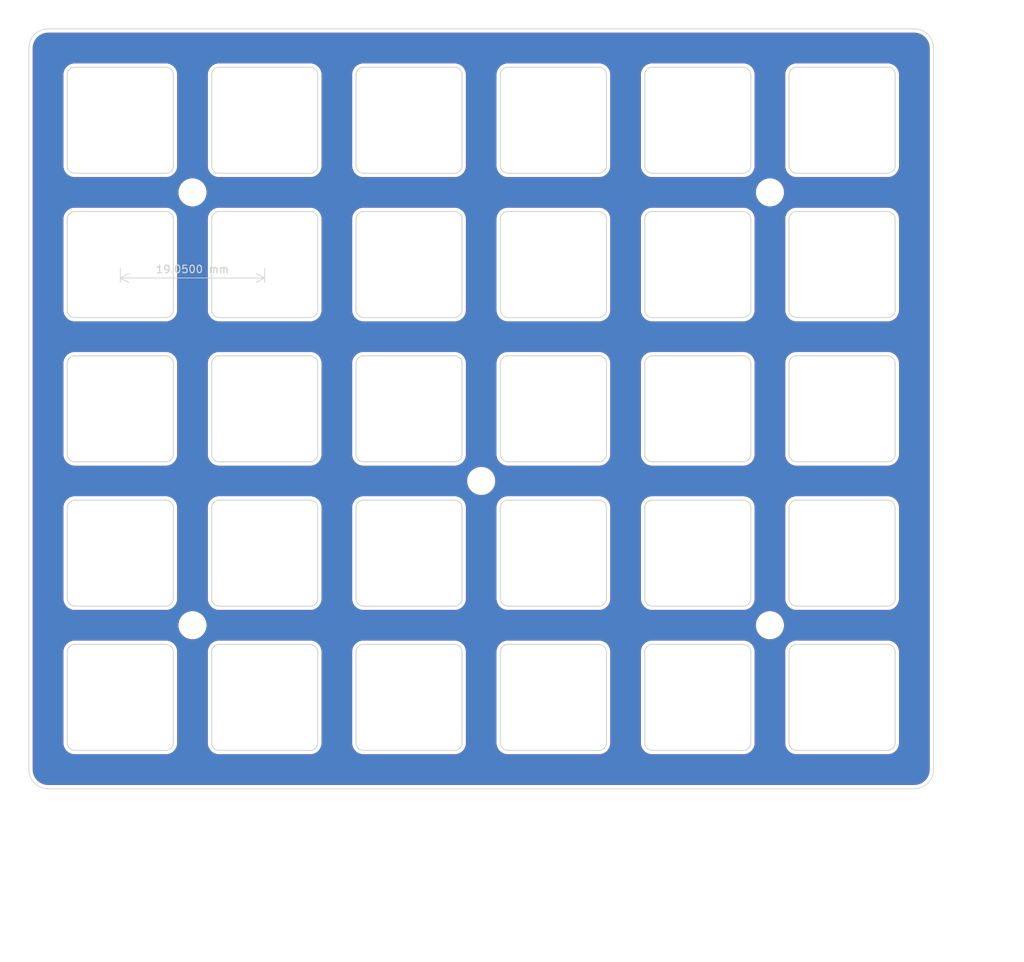
<source format=kicad_pcb>
(kicad_pcb (version 20211014) (generator pcbnew)
  (layers (0 "F.Cu" signal) (31 "B.Cu" signal) (34 "B.Paste" user) (35 "F.Paste" user) (36 "B.SilkS" user "B.Silkscreen") (37 "F.SilkS" user "F.Silkscreen") (38 "B.Mask" user) (39 "F.Mask" user) (44 "Edge.Cuts" user))
  (net 0 "")
  (footprint "Keyboard_JSA:Switch_Hole_Cutout_w_Deco" (layer "F.Cu") (at 88.9 107.95)
    (fp_text reference "REF**27" hide)
    (fp_text value "e" hide)
    (fp_line (start -7 6) (end -7 -6) (layer "Edge.Cuts") (width 0.12))
    (fp_line (start 7 6) (end 7 -6) (layer "Edge.Cuts") (width 0.12))
    (fp_line (start -6 -7) (end 6 -7) (layer "Edge.Cuts") (width 0.12))
    (fp_line (start -6 7) (end 6 7) (layer "Edge.Cuts") (width 0.12))
    (fp_arc (start 7 6) (mid 6.707107 6.707107) (end 6 7) (layer "Edge.Cuts") (width 0.12))
    (fp_arc (start -7 -6) (mid -6.707107 -6.707107) (end -6 -7) (layer "Edge.Cuts") (width 0.12))
    (fp_arc (start 6 -7) (mid 6.707107 -6.707107) (end 7 -6) (layer "Edge.Cuts") (width 0.12))
    (fp_arc (start -6 7) (mid -6.707107 6.707107) (end -7 6) (layer "Edge.Cuts") (width 0.12))
  )
  (footprint "Keyboard_JSA:Switch_Hole_Cutout_w_Deco" (layer "F.Cu") (at 50.8 88.9)
    (fp_text reference "REF**19" hide)
    (fp_text value "e" hide)
    (fp_line (start -7 6) (end -7 -6) (layer "Edge.Cuts") (width 0.12))
    (fp_line (start -6 -7) (end 6 -7) (layer "Edge.Cuts") (width 0.12))
    (fp_line (start 7 6) (end 7 -6) (layer "Edge.Cuts") (width 0.12))
    (fp_line (start -6 7) (end 6 7) (layer "Edge.Cuts") (width 0.12))
    (fp_arc (start -7 -6) (mid -6.707107 -6.707107) (end -6 -7) (layer "Edge.Cuts") (width 0.12))
    (fp_arc (start -6 7) (mid -6.707107 6.707107) (end -7 6) (layer "Edge.Cuts") (width 0.12))
    (fp_arc (start 6 -7) (mid 6.707107 -6.707107) (end 7 -6) (layer "Edge.Cuts") (width 0.12))
    (fp_arc (start 7 6) (mid 6.707107 6.707107) (end 6 7) (layer "Edge.Cuts") (width 0.12))
  )
  (footprint "MountingHole:MountingHole_2.7mm_M2.5" (layer "F.Cu") (at 117.475 98.425)
    (fp_text reference "REF**")
    (fp_text value "MountingHole_2.7mm_M2.5")
    (pad "" np_thru_hole circle (at 0 0) (size 2.7 2.7) (drill 2.7) (layers *.Cu *.Mask))
  )
  (footprint "Keyboard_JSA:Switch_Hole_Cutout_w_Deco" (layer "F.Cu") (at 107.95 50.8)
    (fp_text reference "REF**10" hide)
    (fp_text value "e" hide)
    (fp_line (start -6 -7) (end 6 -7) (layer "Edge.Cuts") (width 0.12))
    (fp_line (start 7 6) (end 7 -6) (layer "Edge.Cuts") (width 0.12))
    (fp_line (start -7 6) (end -7 -6) (layer "Edge.Cuts") (width 0.12))
    (fp_line (start -6 7) (end 6 7) (layer "Edge.Cuts") (width 0.12))
    (fp_arc (start 6 -7) (mid 6.707107 -6.707107) (end 7 -6) (layer "Edge.Cuts") (width 0.12))
    (fp_arc (start -7 -6) (mid -6.707107 -6.707107) (end -6 -7) (layer "Edge.Cuts") (width 0.12))
    (fp_arc (start 7 6) (mid 6.707107 6.707107) (end 6 7) (layer "Edge.Cuts") (width 0.12))
    (fp_arc (start -6 7) (mid -6.707107 6.707107) (end -7 6) (layer "Edge.Cuts") (width 0.12))
  )
  (footprint "Keyboard_JSA:Switch_Hole_Cutout_w_Deco" (layer "F.Cu") (at 69.85 31.75)
    (fp_text reference "REF**2" hide)
    (fp_text value "e" hide)
    (fp_line (start -6 7) (end 6 7) (layer "Edge.Cuts") (width 0.12))
    (fp_line (start 7 6) (end 7 -6) (layer "Edge.Cuts") (width 0.12))
    (fp_line (start -6 -7) (end 6 -7) (layer "Edge.Cuts") (width 0.12))
    (fp_line (start -7 6) (end -7 -6) (layer "Edge.Cuts") (width 0.12))
    (fp_arc (start 6 -7) (mid 6.707107 -6.707107) (end 7 -6) (layer "Edge.Cuts") (width 0.12))
    (fp_arc (start 7 6) (mid 6.707107 6.707107) (end 6 7) (layer "Edge.Cuts") (width 0.12))
    (fp_arc (start -7 -6) (mid -6.707107 -6.707107) (end -6 -7) (layer "Edge.Cuts") (width 0.12))
    (fp_arc (start -6 7) (mid -6.707107 6.707107) (end -7 6) (layer "Edge.Cuts") (width 0.12))
  )
  (footprint "Keyboard_JSA:Switch_Hole_Cutout_w_Deco" (layer "F.Cu") (at 88.9 31.75)
    (fp_text reference "REF**3" hide)
    (fp_text value "e" hide)
    (fp_line (start -6 7) (end 6 7) (layer "Edge.Cuts") (width 0.12))
    (fp_line (start -7 6) (end -7 -6) (layer "Edge.Cuts") (width 0.12))
    (fp_line (start -6 -7) (end 6 -7) (layer "Edge.Cuts") (width 0.12))
    (fp_line (start 7 6) (end 7 -6) (layer "Edge.Cuts") (width 0.12))
    (fp_arc (start 7 6) (mid 6.707107 6.707107) (end 6 7) (layer "Edge.Cuts") (width 0.12))
    (fp_arc (start -6 7) (mid -6.707107 6.707107) (end -7 6) (layer "Edge.Cuts") (width 0.12))
    (fp_arc (start -7 -6) (mid -6.707107 -6.707107) (end -6 -7) (layer "Edge.Cuts") (width 0.12))
    (fp_arc (start 6 -7) (mid 6.707107 -6.707107) (end 7 -6) (layer "Edge.Cuts") (width 0.12))
  )
  (footprint "Keyboard_JSA:Switch_Hole_Cutout_w_Deco" (layer "F.Cu") (at 50.8 69.85)
    (fp_text reference "REF**13" hide)
    (fp_text value "e" hide)
    (fp_line (start -7 6) (end -7 -6) (layer "Edge.Cuts") (width 0.12))
    (fp_line (start -6 -7) (end 6 -7) (layer "Edge.Cuts") (width 0.12))
    (fp_line (start 7 6) (end 7 -6) (layer "Edge.Cuts") (width 0.12))
    (fp_line (start -6 7) (end 6 7) (layer "Edge.Cuts") (width 0.12))
    (fp_arc (start -6 7) (mid -6.707107 6.707107) (end -7 6) (layer "Edge.Cuts") (width 0.12))
    (fp_arc (start -7 -6) (mid -6.707107 -6.707107) (end -6 -7) (layer "Edge.Cuts") (width 0.12))
    (fp_arc (start 6 -7) (mid 6.707107 -6.707107) (end 7 -6) (layer "Edge.Cuts") (width 0.12))
    (fp_arc (start 7 6) (mid 6.707107 6.707107) (end 6 7) (layer "Edge.Cuts") (width 0.12))
  )
  (footprint "Keyboard_JSA:Switch_Hole_Cutout_w_Deco" (layer "F.Cu") (at 127 88.9)
    (fp_text reference "REF**23" hide)
    (fp_text value "e" hide)
    (fp_line (start -6 -7) (end 6 -7) (layer "Edge.Cuts") (width 0.12))
    (fp_line (start -6 7) (end 6 7) (layer "Edge.Cuts") (width 0.12))
    (fp_line (start -7 6) (end -7 -6) (layer "Edge.Cuts") (width 0.12))
    (fp_line (start 7 6) (end 7 -6) (layer "Edge.Cuts") (width 0.12))
    (fp_arc (start -7 -6) (mid -6.707107 -6.707107) (end -6 -7) (layer "Edge.Cuts") (width 0.12))
    (fp_arc (start 7 6) (mid 6.707107 6.707107) (end 6 7) (layer "Edge.Cuts") (width 0.12))
    (fp_arc (start 6 -7) (mid 6.707107 -6.707107) (end 7 -6) (layer "Edge.Cuts") (width 0.12))
    (fp_arc (start -6 7) (mid -6.707107 6.707107) (end -7 6) (layer "Edge.Cuts") (width 0.12))
  )
  (footprint "Keyboard_JSA:Switch_Hole_Cutout_w_Deco" (layer "F.Cu") (at 31.75 50.8)
    (fp_text reference "REF**6" hide)
    (fp_text value "e" hide)
    (fp_line (start -7 6) (end -7 -6) (layer "Edge.Cuts") (width 0.12))
    (fp_line (start -6 -7) (end 6 -7) (layer "Edge.Cuts") (width 0.12))
    (fp_line (start -6 7) (end 6 7) (layer "Edge.Cuts") (width 0.12))
    (fp_line (start 7 6) (end 7 -6) (layer "Edge.Cuts") (width 0.12))
    (fp_arc (start 6 -7) (mid 6.707107 -6.707107) (end 7 -6) (layer "Edge.Cuts") (width 0.12))
    (fp_arc (start -7 -6) (mid -6.707107 -6.707107) (end -6 -7) (layer "Edge.Cuts") (width 0.12))
    (fp_arc (start 7 6) (mid 6.707107 6.707107) (end 6 7) (layer "Edge.Cuts") (width 0.12))
    (fp_arc (start -6 7) (mid -6.707107 6.707107) (end -7 6) (layer "Edge.Cuts") (width 0.12))
  )
  (footprint "Keyboard_JSA:JLC Legend" (layer "F.Cu") (at 79.375 41.275)
    (fp_text reference "REF**" hide)
    (fp_text value "JLC Legend" hide)
  )
  (footprint "Keyboard_JSA:Switch_Hole_Cutout_w_Deco" (layer "F.Cu") (at 69.85 107.95)
    (fp_text reference "REF**26" hide)
    (fp_text value "e" hide)
    (fp_line (start -6 -7) (end 6 -7) (layer "Edge.Cuts") (width 0.12))
    (fp_line (start 7 6) (end 7 -6) (layer "Edge.Cuts") (width 0.12))
    (fp_line (start -6 7) (end 6 7) (layer "Edge.Cuts") (width 0.12))
    (fp_line (start -7 6) (end -7 -6) (layer "Edge.Cuts") (width 0.12))
    (fp_arc (start -7 -6) (mid -6.707107 -6.707107) (end -6 -7) (layer "Edge.Cuts") (width 0.12))
    (fp_arc (start 7 6) (mid 6.707107 6.707107) (end 6 7) (layer "Edge.Cuts") (width 0.12))
    (fp_arc (start -6 7) (mid -6.707107 6.707107) (end -7 6) (layer "Edge.Cuts") (width 0.12))
    (fp_arc (start 6 -7) (mid 6.707107 -6.707107) (end 7 -6) (layer "Edge.Cuts") (width 0.12))
  )
  (footprint "Keyboard_JSA:Switch_Hole_Cutout_w_Deco" (layer "F.Cu") (at 107.95 88.9)
    (fp_text reference "REF**22" hide)
    (fp_text value "e" hide)
    (fp_line (start 7 6) (end 7 -6) (layer "Edge.Cuts") (width 0.12))
    (fp_line (start -7 6) (end -7 -6) (layer "Edge.Cuts") (width 0.12))
    (fp_line (start -6 7) (end 6 7) (layer "Edge.Cuts") (width 0.12))
    (fp_line (start -6 -7) (end 6 -7) (layer "Edge.Cuts") (width 0.12))
    (fp_arc (start 6 -7) (mid 6.707107 -6.707107) (end 7 -6) (layer "Edge.Cuts") (width 0.12))
    (fp_arc (start -7 -6) (mid -6.707107 -6.707107) (end -6 -7) (layer "Edge.Cuts") (width 0.12))
    (fp_arc (start -6 7) (mid -6.707107 6.707107) (end -7 6) (layer "Edge.Cuts") (width 0.12))
    (fp_arc (start 7 6) (mid 6.707107 6.707107) (end 6 7) (layer "Edge.Cuts") (width 0.12))
  )
  (footprint "Keyboard_JSA:Switch_Hole_Cutout_w_Deco" (layer "F.Cu") (at 127 69.85)
    (fp_text reference "REF**17" hide)
    (fp_text value "e" hide)
    (fp_line (start -7 6) (end -7 -6) (layer "Edge.Cuts") (width 0.12))
    (fp_line (start -6 -7) (end 6 -7) (layer "Edge.Cuts") (width 0.12))
    (fp_line (start 7 6) (end 7 -6) (layer "Edge.Cuts") (width 0.12))
    (fp_line (start -6 7) (end 6 7) (layer "Edge.Cuts") (width 0.12))
    (fp_arc (start 6 -7) (mid 6.707107 -6.707107) (end 7 -6) (layer "Edge.Cuts") (width 0.12))
    (fp_arc (start -6 7) (mid -6.707107 6.707107) (end -7 6) (layer "Edge.Cuts") (width 0.12))
    (fp_arc (start 7 6) (mid 6.707107 6.707107) (end 6 7) (layer "Edge.Cuts") (width 0.12))
    (fp_arc (start -7 -6) (mid -6.707107 -6.707107) (end -6 -7) (layer "Edge.Cuts") (width 0.12))
  )
  (footprint "Keyboard_JSA:Switch_Hole_Cutout_w_Deco" (layer "F.Cu") (at 107.95 107.95)
    (fp_text reference "REF**28" hide)
    (fp_text value "e" hide)
    (fp_line (start -6 7) (end 6 7) (layer "Edge.Cuts") (width 0.12))
    (fp_line (start -7 6) (end -7 -6) (layer "Edge.Cuts") (width 0.12))
    (fp_line (start 7 6) (end 7 -6) (layer "Edge.Cuts") (width 0.12))
    (fp_line (start -6 -7) (end 6 -7) (layer "Edge.Cuts") (width 0.12))
    (fp_arc (start 6 -7) (mid 6.707107 -6.707107) (end 7 -6) (layer "Edge.Cuts") (width 0.12))
    (fp_arc (start 7 6) (mid 6.707107 6.707107) (end 6 7) (layer "Edge.Cuts") (width 0.12))
    (fp_arc (start -7 -6) (mid -6.707107 -6.707107) (end -6 -7) (layer "Edge.Cuts") (width 0.12))
    (fp_arc (start -6 7) (mid -6.707107 6.707107) (end -7 6) (layer "Edge.Cuts") (width 0.12))
  )
  (footprint "Keyboard_JSA:Switch_Hole_Cutout_w_Deco" (layer "F.Cu") (at 69.85 50.8)
    (fp_text reference "REF**8" hide)
    (fp_text value "e" hide)
    (fp_line (start -6 7) (end 6 7) (layer "Edge.Cuts") (width 0.12))
    (fp_line (start -7 6) (end -7 -6) (layer "Edge.Cuts") (width 0.12))
    (fp_line (start -6 -7) (end 6 -7) (layer "Edge.Cuts") (width 0.12))
    (fp_line (start 7 6) (end 7 -6) (layer "Edge.Cuts") (width 0.12))
    (fp_arc (start 7 6) (mid 6.707107 6.707107) (end 6 7) (layer "Edge.Cuts") (width 0.12))
    (fp_arc (start -7 -6) (mid -6.707107 -6.707107) (end -6 -7) (layer "Edge.Cuts") (width 0.12))
    (fp_arc (start 6 -7) (mid 6.707107 -6.707107) (end 7 -6) (layer "Edge.Cuts") (width 0.12))
    (fp_arc (start -6 7) (mid -6.707107 6.707107) (end -7 6) (layer "Edge.Cuts") (width 0.12))
  )
  (footprint "Keyboard_JSA:Switch_Hole_Cutout_w_Deco" (layer "F.Cu") (at 107.95 31.75)
    (fp_text reference "REF**4" hide)
    (fp_text value "e" hide)
    (fp_line (start 7 6) (end 7 -6) (layer "Edge.Cuts") (width 0.12))
    (fp_line (start -6 -7) (end 6 -7) (layer "Edge.Cuts") (width 0.12))
    (fp_line (start -6 7) (end 6 7) (layer "Edge.Cuts") (width 0.12))
    (fp_line (start -7 6) (end -7 -6) (layer "Edge.Cuts") (width 0.12))
    (fp_arc (start -6 7) (mid -6.707107 6.707107) (end -7 6) (layer "Edge.Cuts") (width 0.12))
    (fp_arc (start 6 -7) (mid 6.707107 -6.707107) (end 7 -6) (layer "Edge.Cuts") (width 0.12))
    (fp_arc (start 7 6) (mid 6.707107 6.707107) (end 6 7) (layer "Edge.Cuts") (width 0.12))
    (fp_arc (start -7 -6) (mid -6.707107 -6.707107) (end -6 -7) (layer "Edge.Cuts") (width 0.12))
  )
  (footprint "Keyboard_JSA:Switch_Hole_Cutout_w_Deco" (layer "F.Cu") (at 69.85 88.9)
    (fp_text reference "REF**20" hide)
    (fp_text value "e" hide)
    (fp_line (start 7 6) (end 7 -6) (layer "Edge.Cuts") (width 0.12))
    (fp_line (start -6 7) (end 6 7) (layer "Edge.Cuts") (width 0.12))
    (fp_line (start -6 -7) (end 6 -7) (layer "Edge.Cuts") (width 0.12))
    (fp_line (start -7 6) (end -7 -6) (layer "Edge.Cuts") (width 0.12))
    (fp_arc (start 6 -7) (mid 6.707107 -6.707107) (end 7 -6) (layer "Edge.Cuts") (width 0.12))
    (fp_arc (start -7 -6) (mid -6.707107 -6.707107) (end -6 -7) (layer "Edge.Cuts") (width 0.12))
    (fp_arc (start -6 7) (mid -6.707107 6.707107) (end -7 6) (layer "Edge.Cuts") (width 0.12))
    (fp_arc (start 7 6) (mid 6.707107 6.707107) (end 6 7) (layer "Edge.Cuts") (width 0.12))
  )
  (footprint "MountingHole:MountingHole_2.7mm_M2.5" (layer "F.Cu") (at 41.275 41.275)
    (fp_text reference "REF**")
    (fp_text value "MountingHole_2.7mm_M2.5")
    (pad "" np_thru_hole circle (at 0 0) (size 2.7 2.7) (drill 2.7) (layers *.Cu *.Mask))
  )
  (footprint "Keyboard_JSA:Switch_Hole_Cutout_w_Deco" (layer "F.Cu") (at 127 107.95)
    (fp_text reference "REF**29" hide)
    (fp_text value "e" hide)
    (fp_line (start -7 6) (end -7 -6) (layer "Edge.Cuts") (width 0.12))
    (fp_line (start 7 6) (end 7 -6) (layer "Edge.Cuts") (width 0.12))
    (fp_line (start -6 -7) (end 6 -7) (layer "Edge.Cuts") (width 0.12))
    (fp_line (start -6 7) (end 6 7) (layer "Edge.Cuts") (width 0.12))
    (fp_arc (start 6 -7) (mid 6.707107 -6.707107) (end 7 -6) (layer "Edge.Cuts") (width 0.12))
    (fp_arc (start -7 -6) (mid -6.707107 -6.707107) (end -6 -7) (layer "Edge.Cuts") (width 0.12))
    (fp_arc (start -6 7) (mid -6.707107 6.707107) (end -7 6) (layer "Edge.Cuts") (width 0.12))
    (fp_arc (start 7 6) (mid 6.707107 6.707107) (end 6 7) (layer "Edge.Cuts") (width 0.12))
  )
  (footprint "Keyboard_JSA:Switch_Hole_Cutout_w_Deco" (layer "F.Cu") (at 127 31.75)
    (fp_text reference "REF**5" hide)
    (fp_text value "e" hide)
    (fp_line (start 7 6) (end 7 -6) (layer "Edge.Cuts") (width 0.12))
    (fp_line (start -7 6) (end -7 -6) (layer "Edge.Cuts") (width 0.12))
    (fp_line (start -6 7) (end 6 7) (layer "Edge.Cuts") (width 0.12))
    (fp_line (start -6 -7) (end 6 -7) (layer "Edge.Cuts") (width 0.12))
    (fp_arc (start -6 7) (mid -6.707107 6.707107) (end -7 6) (layer "Edge.Cuts") (width 0.12))
    (fp_arc (start -7 -6) (mid -6.707107 -6.707107) (end -6 -7) (layer "Edge.Cuts") (width 0.12))
    (fp_arc (start 6 -7) (mid 6.707107 -6.707107) (end 7 -6) (layer "Edge.Cuts") (width 0.12))
    (fp_arc (start 7 6) (mid 6.707107 6.707107) (end 6 7) (layer "Edge.Cuts") (width 0.12))
  )
  (footprint "Keyboard_JSA:Switch_Hole_Cutout_w_Deco" (layer "F.Cu") (at 107.95 69.85)
    (fp_text reference "REF**16" hide)
    (fp_text value "e" hide)
    (fp_line (start -6 -7) (end 6 -7) (layer "Edge.Cuts") (width 0.12))
    (fp_line (start -7 6) (end -7 -6) (layer "Edge.Cuts") (width 0.12))
    (fp_line (start 7 6) (end 7 -6) (layer "Edge.Cuts") (width 0.12))
    (fp_line (start -6 7) (end 6 7) (layer "Edge.Cuts") (width 0.12))
    (fp_arc (start -7 -6) (mid -6.707107 -6.707107) (end -6 -7) (layer "Edge.Cuts") (width 0.12))
    (fp_arc (start 7 6) (mid 6.707107 6.707107) (end 6 7) (layer "Edge.Cuts") (width 0.12))
    (fp_arc (start 6 -7) (mid 6.707107 -6.707107) (end 7 -6) (layer "Edge.Cuts") (width 0.12))
    (fp_arc (start -6 7) (mid -6.707107 6.707107) (end -7 6) (layer "Edge.Cuts") (width 0.12))
  )
  (footprint "MountingHole:MountingHole_2.7mm_M2.5" (layer "F.Cu") (at 79.375 79.375)
    (fp_text reference "REF**")
    (fp_text value "MountingHole_2.7mm_M2.5")
    (pad "" np_thru_hole circle (at 0 0) (size 2.7 2.7) (drill 2.7) (layers *.Cu *.Mask))
  )
  (footprint "Keyboard_JSA:Switch_Hole_Cutout_w_Deco" (layer "F.Cu") (at 31.75 69.85)
    (fp_text reference "REF**12" hide)
    (fp_text value "e" hide)
    (fp_line (start -7 6) (end -7 -6) (layer "Edge.Cuts") (width 0.12))
    (fp_line (start -6 -7) (end 6 -7) (layer "Edge.Cuts") (width 0.12))
    (fp_line (start 7 6) (end 7 -6) (layer "Edge.Cuts") (width 0.12))
    (fp_line (start -6 7) (end 6 7) (layer "Edge.Cuts") (width 0.12))
    (fp_arc (start 6 -7) (mid 6.707107 -6.707107) (end 7 -6) (layer "Edge.Cuts") (width 0.12))
    (fp_arc (start 7 6) (mid 6.707107 6.707107) (end 6 7) (layer "Edge.Cuts") (width 0.12))
    (fp_arc (start -7 -6) (mid -6.707107 -6.707107) (end -6 -7) (layer "Edge.Cuts") (width 0.12))
    (fp_arc (start -6 7) (mid -6.707107 6.707107) (end -7 6) (layer "Edge.Cuts") (width 0.12))
  )
  (footprint "Keyboard_JSA:Switch_Hole_Cutout_w_Deco" (layer "F.Cu") (at 88.9 69.85)
    (fp_text reference "REF**15" hide)
    (fp_text value "e" hide)
    (fp_line (start -6 7) (end 6 7) (layer "Edge.Cuts") (width 0.12))
    (fp_line (start -7 6) (end -7 -6) (layer "Edge.Cuts") (width 0.12))
    (fp_line (start -6 -7) (end 6 -7) (layer "Edge.Cuts") (width 0.12))
    (fp_line (start 7 6) (end 7 -6) (layer "Edge.Cuts") (width 0.12))
    (fp_arc (start 7 6) (mid 6.707107 6.707107) (end 6 7) (layer "Edge.Cuts") (width 0.12))
    (fp_arc (start -7 -6) (mid -6.707107 -6.707107) (end -6 -7) (layer "Edge.Cuts") (width 0.12))
    (fp_arc (start -6 7) (mid -6.707107 6.707107) (end -7 6) (layer "Edge.Cuts") (width 0.12))
    (fp_arc (start 6 -7) (mid 6.707107 -6.707107) (end 7 -6) (layer "Edge.Cuts") (width 0.12))
  )
  (footprint "Keyboard_JSA:Switch_Hole_Cutout_w_Deco" (layer "F.Cu") (at 127 50.8)
    (fp_text reference "REF**11" hide)
    (fp_text value "e" hide)
    (fp_line (start -7 6) (end -7 -6) (layer "Edge.Cuts") (width 0.12))
    (fp_line (start 7 6) (end 7 -6) (layer "Edge.Cuts") (width 0.12))
    (fp_line (start -6 -7) (end 6 -7) (layer "Edge.Cuts") (width 0.12))
    (fp_line (start -6 7) (end 6 7) (layer "Edge.Cuts") (width 0.12))
    (fp_arc (start 7 6) (mid 6.707107 6.707107) (end 6 7) (layer "Edge.Cuts") (width 0.12))
    (fp_arc (start 6 -7) (mid 6.707107 -6.707107) (end 7 -6) (layer "Edge.Cuts") (width 0.12))
    (fp_arc (start -7 -6) (mid -6.707107 -6.707107) (end -6 -7) (layer "Edge.Cuts") (width 0.12))
    (fp_arc (start -6 7) (mid -6.707107 6.707107) (end -7 6) (layer "Edge.Cuts") (width 0.12))
  )
  (footprint "Keyboard_JSA:Switch_Hole_Cutout_w_Deco" (layer "F.Cu") (at 69.85 69.85)
    (fp_text reference "REF**14" hide)
    (fp_text value "e" hide)
    (fp_line (start -6 7) (end 6 7) (layer "Edge.Cuts") (width 0.12))
    (fp_line (start -7 6) (end -7 -6) (layer "Edge.Cuts") (width 0.12))
    (fp_line (start -6 -7) (end 6 -7) (layer "Edge.Cuts") (width 0.12))
    (fp_line (start 7 6) (end 7 -6) (layer "Edge.Cuts") (width 0.12))
    (fp_arc (start 6 -7) (mid 6.707107 -6.707107) (end 7 -6) (layer "Edge.Cuts") (width 0.12))
    (fp_arc (start -6 7) (mid -6.707107 6.707107) (end -7 6) (layer "Edge.Cuts") (width 0.12))
    (fp_arc (start -7 -6) (mid -6.707107 -6.707107) (end -6 -7) (layer "Edge.Cuts") (width 0.12))
    (fp_arc (start 7 6) (mid 6.707107 6.707107) (end 6 7) (layer "Edge.Cuts") (width 0.12))
  )
  (footprint "Keyboard_JSA:Switch_Hole_Cutout_w_Deco" (layer "F.Cu") (at 50.8 50.8)
    (fp_text reference "REF**7" hide)
    (fp_text value "e" hide)
    (fp_line (start 7 6) (end 7 -6) (layer "Edge.Cuts") (width 0.12))
    (fp_line (start -7 6) (end -7 -6) (layer "Edge.Cuts") (width 0.12))
    (fp_line (start -6 7) (end 6 7) (layer "Edge.Cuts") (width 0.12))
    (fp_line (start -6 -7) (end 6 -7) (layer "Edge.Cuts") (width 0.12))
    (fp_arc (start 6 -7) (mid 6.707107 -6.707107) (end 7 -6) (layer "Edge.Cuts") (width 0.12))
    (fp_arc (start -6 7) (mid -6.707107 6.707107) (end -7 6) (layer "Edge.Cuts") (width 0.12))
    (fp_arc (start 7 6) (mid 6.707107 6.707107) (end 6 7) (layer "Edge.Cuts") (width 0.12))
    (fp_arc (start -7 -6) (mid -6.707107 -6.707107) (end -6 -7) (layer "Edge.Cuts") (width 0.12))
  )
  (footprint "Keyboard_JSA:Switch_Hole_Cutout_w_Deco" (layer "F.Cu") (at 88.9 88.9)
    (fp_text reference "REF**21" hide)
    (fp_text value "e" hide)
    (fp_line (start -6 -7) (end 6 -7) (layer "Edge.Cuts") (width 0.12))
    (fp_line (start -6 7) (end 6 7) (layer "Edge.Cuts") (width 0.12))
    (fp_line (start 7 6) (end 7 -6) (layer "Edge.Cuts") (width 0.12))
    (fp_line (start -7 6) (end -7 -6) (layer "Edge.Cuts") (width 0.12))
    (fp_arc (start 7 6) (mid 6.707107 6.707107) (end 6 7) (layer "Edge.Cuts") (width 0.12))
    (fp_arc (start -6 7) (mid -6.707107 6.707107) (end -7 6) (layer "Edge.Cuts") (width 0.12))
    (fp_arc (start 6 -7) (mid 6.707107 -6.707107) (end 7 -6) (layer "Edge.Cuts") (width 0.12))
    (fp_arc (start -7 -6) (mid -6.707107 -6.707107) (end -6 -7) (layer "Edge.Cuts") (width 0.12))
  )
  (footprint "MountingHole:MountingHole_2.7mm_M2.5" (layer "F.Cu") (at 117.475 41.275)
    (fp_text reference "REF**")
    (fp_text value "MountingHole_2.7mm_M2.5")
    (pad "" np_thru_hole circle (at 0 0) (size 2.7 2.7) (drill 2.7) (layers *.Cu *.Mask))
  )
  (footprint "MountingHole:MountingHole_2.7mm_M2.5" (layer "F.Cu") (at 41.275 98.425)
    (fp_text reference "REF**")
    (fp_text value "MountingHole_2.7mm_M2.5")
    (pad "" np_thru_hole circle (at 0 0) (size 2.7 2.7) (drill 2.7) (layers *.Cu *.Mask))
  )
  (footprint "Keyboard_JSA:Switch_Hole_Cutout_w_Deco" (layer "F.Cu") (at 88.9 50.8)
    (fp_text reference "REF**9" hide)
    (fp_text value "e" hide)
    (fp_line (start -7 6) (end -7 -6) (layer "Edge.Cuts") (width 0.12))
    (fp_line (start -6 7) (end 6 7) (layer "Edge.Cuts") (width 0.12))
    (fp_line (start 7 6) (end 7 -6) (layer "Edge.Cuts") (width 0.12))
    (fp_line (start -6 -7) (end 6 -7) (layer "Edge.Cuts") (width 0.12))
    (fp_arc (start -7 -6) (mid -6.707107 -6.707107) (end -6 -7) (layer "Edge.Cuts") (width 0.12))
    (fp_arc (start 7 6) (mid 6.707107 6.707107) (end 6 7) (layer "Edge.Cuts") (width 0.12))
    (fp_arc (start 6 -7) (mid 6.707107 -6.707107) (end 7 -6) (layer "Edge.Cuts") (width 0.12))
    (fp_arc (start -6 7) (mid -6.707107 6.707107) (end -7 6) (layer "Edge.Cuts") (width 0.12))
  )
  (footprint "Keyboard_JSA:Switch_Hole_Cutout_w_Deco" (layer "F.Cu") (at 50.8 31.75)
    (fp_text reference "REF**1" hide)
    (fp_text value "e" hide)
    (fp_line (start 7 6) (end 7 -6) (layer "Edge.Cuts") (width 0.12))
    (fp_line (start -6 -7) (end 6 -7) (layer "Edge.Cuts") (width 0.12))
    (fp_line (start -7 6) (end -7 -6) (layer "Edge.Cuts") (width 0.12))
    (fp_line (start -6 7) (end 6 7) (layer "Edge.Cuts") (width 0.12))
    (fp_arc (start -7 -6) (mid -6.707107 -6.707107) (end -6 -7) (layer "Edge.Cuts") (width 0.12))
    (fp_arc (start 6 -7) (mid 6.707107 -6.707107) (end 7 -6) (layer "Edge.Cuts") (width 0.12))
    (fp_arc (start 7 6) (mid 6.707107 6.707107) (end 6 7) (layer "Edge.Cuts") (width 0.12))
    (fp_arc (start -6 7) (mid -6.707107 6.707107) (end -7 6) (layer "Edge.Cuts") (width 0.12))
  )
  (footprint "Keyboard_JSA:Switch_Hole_Cutout_w_Deco" (layer "F.Cu") (at 31.75 31.75)
    (fp_text reference "REF**" hide)
    (fp_text value "e" hide)
    (fp_line (start -6 7) (end 6 7) (layer "Edge.Cuts") (width 0.12))
    (fp_line (start -7 6) (end -7 -6) (layer "Edge.Cuts") (width 0.12))
    (fp_line (start 7 6) (end 7 -6) (layer "Edge.Cuts") (width 0.12))
    (fp_line (start -6 -7) (end 6 -7) (layer "Edge.Cuts") (width 0.12))
    (fp_arc (start -6 7) (mid -6.707107 6.707107) (end -7 6) (layer "Edge.Cuts") (width 0.12))
    (fp_arc (start 6 -7) (mid 6.707107 -6.707107) (end 7 -6) (layer "Edge.Cuts") (width 0.12))
    (fp_arc (start 7 6) (mid 6.707107 6.707107) (end 6 7) (layer "Edge.Cuts") (width 0.12))
    (fp_arc (start -7 -6) (mid -6.707107 -6.707107) (end -6 -7) (layer "Edge.Cuts") (width 0.12))
  )
  (footprint "Keyboard_JSA:Switch_Hole_Cutout_w_Deco" (layer "F.Cu") (at 31.75 88.9)
    (fp_text reference "REF**18" hide)
    (fp_text value "e" hide)
    (fp_line (start -7 6) (end -7 -6) (layer "Edge.Cuts") (width 0.12))
    (fp_line (start -6 -7) (end 6 -7) (layer "Edge.Cuts") (width 0.12))
    (fp_line (start 7 6) (end 7 -6) (layer "Edge.Cuts") (width 0.12))
    (fp_line (start -6 7) (end 6 7) (layer "Edge.Cuts") (width 0.12))
    (fp_arc (start 7 6) (mid 6.707107 6.707107) (end 6 7) (layer "Edge.Cuts") (width 0.12))
    (fp_arc (start 6 -7) (mid 6.707107 -6.707107) (end 7 -6) (layer "Edge.Cuts") (width 0.12))
    (fp_arc (start -6 7) (mid -6.707107 6.707107) (end -7 6) (layer "Edge.Cuts") (width 0.12))
    (fp_arc (start -7 -6) (mid -6.707107 -6.707107) (end -6 -7) (layer "Edge.Cuts") (width 0.12))
  )
  (footprint "Keyboard_JSA:Switch_Hole_Cutout_w_Deco" (layer "F.Cu") (at 31.75 107.95)
    (fp_text reference "REF**24" hide)
    (fp_text value "e" hide)
    (fp_line (start -7 6) (end -7 -6) (layer "Edge.Cuts") (width 0.12))
    (fp_line (start -6 7) (end 6 7) (layer "Edge.Cuts") (width 0.12))
    (fp_line (start -6 -7) (end 6 -7) (layer "Edge.Cuts") (width 0.12))
    (fp_line (start 7 6) (end 7 -6) (layer "Edge.Cuts") (width 0.12))
    (fp_arc (start 6 -7) (mid 6.707107 -6.707107) (end 7 -6) (layer "Edge.Cuts") (width 0.12))
    (fp_arc (start -7 -6) (mid -6.707107 -6.707107) (end -6 -7) (layer "Edge.Cuts") (width 0.12))
    (fp_arc (start -6 7) (mid -6.707107 6.707107) (end -7 6) (layer "Edge.Cuts") (width 0.12))
    (fp_arc (start 7 6) (mid 6.707107 6.707107) (end 6 7) (layer "Edge.Cuts") (width 0.12))
  )
  (footprint "Keyboard_JSA:Switch_Hole_Cutout_w_Deco" (layer "F.Cu") (at 50.8 107.95)
    (fp_text reference "REF**25" hide)
    (fp_text value "e" hide)
    (fp_line (start 7 6) (end 7 -6) (layer "Edge.Cuts") (width 0.12))
    (fp_line (start -7 6) (end -7 -6) (layer "Edge.Cuts") (width 0.12))
    (fp_line (start -6 -7) (end 6 -7) (layer "Edge.Cuts") (width 0.12))
    (fp_line (start -6 7) (end 6 7) (layer "Edge.Cuts") (width 0.12))
    (fp_arc (start 6 -7) (mid 6.707107 -6.707107) (end 7 -6) (layer "Edge.Cuts") (width 0.12))
    (fp_arc (start 7 6) (mid 6.707107 6.707107) (end 6 7) (layer "Edge.Cuts") (width 0.12))
    (fp_arc (start -6 7) (mid -6.707107 6.707107) (end -7 6) (layer "Edge.Cuts") (width 0.12))
    (fp_arc (start -7 -6) (mid -6.707107 -6.707107) (end -6 -7) (layer "Edge.Cuts") (width 0.12))
  )
  (gr_line (start 19.685 117.475) (end 19.685 22.225) (layer "Edge.Cuts") (width 0.1))
  (gr_line (start 22.225 19.685) (end 136.525 19.685) (layer "Edge.Cuts") (width 0.1))
  (gr_line (start 136.525 120.015) (end 22.225 120.015) (layer "Edge.Cuts") (width 0.1))
  (gr_arc (start 19.685 22.225) (mid 20.428949 20.428949) (end 22.225 19.685) (layer "Edge.Cuts") (width 0.1))
  (gr_arc (start 139.065 117.475) (mid 138.321051 119.271051) (end 136.525 120.015) (layer "Edge.Cuts") (width 0.1))
  (gr_arc (start 136.525 19.685) (mid 138.321051 20.428949) (end 139.065 22.225) (layer "Edge.Cuts") (width 0.1))
  (gr_line (start 139.065 22.225) (end 139.065 117.475) (layer "Edge.Cuts") (width 0.1))
  (gr_arc (start 22.225 120.015) (mid 20.428949 119.271051) (end 19.685 117.475) (layer "Edge.Cuts") (width 0.1))
  (dimension (type aligned) (layer "Edge.Cuts") (pts (xy 31.75 50.8) (xy 50.8 50.8)) (height 1.778) (gr_text "750.0000 mils" (at 41.275 51.428) (layer "Edge.Cuts") (effects (font (size 1 1) (thickness 0.15)))) (format (units 3) (units_format 1) (precision 4)) (style (thickness 0.1) (arrow_length 1.27) (text_position_mode 0) (extension_height 0.58642) (extension_offset 0.5) keep_text_aligned))
  (zone (net 0) (net_name "") (layers F&B.Cu) (connect_pads (clearance 0.508)) (min_thickness 0.254) (fill yes (thermal_gap 0.508) (thermal_bridge_width 0.508))
    (polygon (pts (xy 142.875 142.875) (xy 15.875 142.875) (xy 15.875 15.875) (xy 142.875 15.875)))
  )
)
</source>
